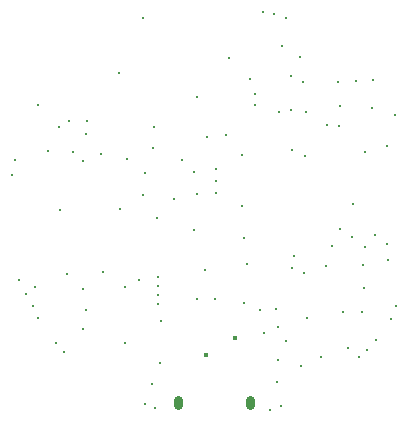
<source format=gbr>
%TF.GenerationSoftware,KiCad,Pcbnew,5.1.7+dfsg1-1~bpo10+1*%
%TF.CreationDate,Date%
%TF.ProjectId,osw-light,6f73772d-6c69-4676-9874-2e6b69636164,3.1*%
%TF.SameCoordinates,Original*%
%TF.FileFunction,Plated,1,4,PTH,Mixed*%
%TF.FilePolarity,Positive*%
%FSLAX46Y46*%
G04 Gerber Fmt 4.6, Leading zero omitted, Abs format (unit mm)*
G04 Created by KiCad*
%MOMM*%
%LPD*%
G01*
G04 APERTURE LIST*
%TA.AperFunction,ViaDrill*%
%ADD10C,0.330200*%
%TD*%
%TA.AperFunction,ViaDrill*%
%ADD11C,0.400000*%
%TD*%
G04 aperture for slot hole*
%TA.AperFunction,ComponentDrill*%
%ADD12C,0.750000*%
%TD*%
G04 APERTURE END LIST*
D10*
X59055000Y-98552000D03*
X59372500Y-97218500D03*
X59690000Y-107442000D03*
X60274200Y-108559600D03*
X60833000Y-109651800D03*
X61061600Y-108000800D03*
X61264800Y-92557600D03*
X61264800Y-110642400D03*
X62166500Y-96456500D03*
X62788800Y-112776000D03*
X63055500Y-94424500D03*
X63119000Y-101498500D03*
X63449200Y-113487200D03*
X63703200Y-106883200D03*
X63881000Y-93980000D03*
X64284973Y-96598527D03*
X65060386Y-97373941D03*
X65074800Y-111556800D03*
X65125600Y-108153200D03*
X65328800Y-109982000D03*
X65341500Y-95059500D03*
X65405000Y-93916500D03*
X66611500Y-96710500D03*
X66774068Y-106740292D03*
X68122800Y-89916000D03*
X68212910Y-101402887D03*
X68630800Y-108000800D03*
X68630800Y-112776000D03*
X68783200Y-97154900D03*
X69849900Y-107442000D03*
X70154800Y-85242400D03*
X70205600Y-100177600D03*
X70307200Y-117906800D03*
X70358000Y-98392100D03*
X70967600Y-116230400D03*
X71018400Y-96266000D03*
X71069200Y-94437200D03*
X71221600Y-118211600D03*
X71399500Y-102158800D03*
X71424800Y-107137200D03*
X71424800Y-107899200D03*
X71424800Y-108661200D03*
X71424800Y-109423200D03*
X71628000Y-114452400D03*
X71729600Y-110917100D03*
X72781323Y-100548277D03*
X73456800Y-97231200D03*
X74472800Y-103200200D03*
X74498300Y-98247200D03*
X74726800Y-91897200D03*
X74726800Y-109016800D03*
X74777600Y-100126800D03*
X75394514Y-106531819D03*
X75613610Y-95273210D03*
X76250800Y-109016800D03*
X76336000Y-98044000D03*
X76336000Y-99060000D03*
X76336000Y-100076000D03*
X77165200Y-95097600D03*
X77419200Y-88595200D03*
X78587600Y-96824800D03*
X78587600Y-101142800D03*
X78740000Y-103892410D03*
X78740000Y-109372400D03*
X78994000Y-106067410D03*
X79215001Y-90355499D03*
X79692500Y-91694000D03*
X79692500Y-92579803D03*
X80060800Y-109982000D03*
X80365600Y-84683600D03*
X80404251Y-111905123D03*
X80924400Y-118414800D03*
X81229200Y-84886800D03*
X81432400Y-109880400D03*
X81534000Y-116027200D03*
X81584800Y-111353600D03*
X81635600Y-114198400D03*
X81661000Y-93218000D03*
X81889600Y-118110000D03*
X81915000Y-87630000D03*
X82245200Y-85191600D03*
X82245200Y-112585500D03*
X82740500Y-90106500D03*
X82740500Y-93027500D03*
X82753200Y-96367600D03*
X82804000Y-106426000D03*
X82956400Y-105342410D03*
X83464400Y-88544400D03*
X83515200Y-114706400D03*
X83756500Y-90678000D03*
X83820000Y-106832400D03*
X83870800Y-96875600D03*
X83947000Y-93218000D03*
X84077622Y-110615633D03*
X85242400Y-113944400D03*
X85699600Y-106222800D03*
X85744189Y-94278311D03*
X86156800Y-104495600D03*
X86677500Y-90620899D03*
X86740606Y-94330174D03*
X86867747Y-92709747D03*
X86868000Y-103060500D03*
X87122000Y-110134400D03*
X87528400Y-113131600D03*
X87884000Y-103733600D03*
X87934800Y-100939600D03*
X88188800Y-90525600D03*
X88442800Y-113944400D03*
X88722100Y-110083600D03*
X88798400Y-106172000D03*
X88900000Y-108100000D03*
X88950800Y-96570800D03*
X88950800Y-104597200D03*
X89154000Y-113334800D03*
X89535000Y-92837000D03*
X89662000Y-90449400D03*
X89789000Y-103568500D03*
X89865200Y-112496600D03*
X90864704Y-96082901D03*
X90864704Y-104369514D03*
X90932000Y-105714800D03*
X91135200Y-110680500D03*
X91541600Y-93421200D03*
X91592400Y-109626400D03*
D11*
X75475000Y-113792000D03*
X77958703Y-112312203D03*
D12*
%TO.C,U5*%
X73152000Y-118017500D02*
X73152000Y-117567500D01*
X79248000Y-118017500D02*
X79248000Y-117567500D01*
M02*

</source>
